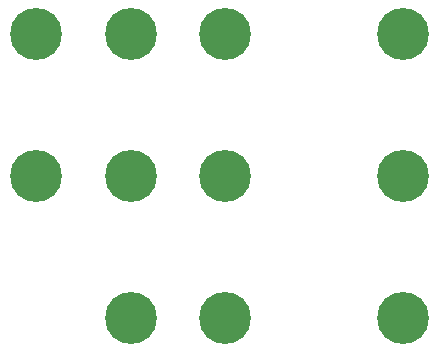
<source format=gbr>
%TF.GenerationSoftware,KiCad,Pcbnew,5.1.6-c6e7f7d~87~ubuntu18.04.1*%
%TF.CreationDate,2021-08-18T14:30:19+12:00*%
%TF.ProjectId,Output and Rail Splitter,4f757470-7574-4206-916e-64205261696c,rev?*%
%TF.SameCoordinates,Original*%
%TF.FileFunction,Copper,L2,Bot*%
%TF.FilePolarity,Positive*%
%FSLAX46Y46*%
G04 Gerber Fmt 4.6, Leading zero omitted, Abs format (unit mm)*
G04 Created by KiCad (PCBNEW 5.1.6-c6e7f7d~87~ubuntu18.04.1) date 2021-08-18 14:30:19*
%MOMM*%
%LPD*%
G01*
G04 APERTURE LIST*
%TA.AperFunction,ComponentPad*%
%ADD10C,4.400000*%
%TD*%
G04 APERTURE END LIST*
D10*
%TO.P,J1,1*%
%TO.N,Net-(J1-Pad1)*%
X97000000Y-105000000D03*
%TD*%
%TO.P,J2,1*%
%TO.N,Net-(J1-Pad1)*%
X120000000Y-105000000D03*
%TD*%
%TO.P,J3,1*%
%TO.N,Net-(J1-Pad1)*%
X105000000Y-105000000D03*
%TD*%
%TO.P,J4,1*%
%TO.N,Net-(J1-Pad1)*%
X89000000Y-105000000D03*
%TD*%
%TO.P,J5,1*%
%TO.N,Net-(J5-Pad1)*%
X97000000Y-117000000D03*
%TD*%
%TO.P,J6,1*%
%TO.N,Net-(J5-Pad1)*%
X120000000Y-117000000D03*
%TD*%
%TO.P,J7,1*%
%TO.N,Net-(J5-Pad1)*%
X105000000Y-117000000D03*
%TD*%
%TO.P,J8,1*%
%TO.N,Net-(J5-Pad1)*%
X89000000Y-117000000D03*
%TD*%
%TO.P,J9,1*%
%TO.N,Net-(J10-Pad1)*%
X97000000Y-129000000D03*
%TD*%
%TO.P,J10,1*%
%TO.N,Net-(J10-Pad1)*%
X120000000Y-129000000D03*
%TD*%
%TO.P,J11,1*%
%TO.N,Net-(J10-Pad1)*%
X105000000Y-129000000D03*
%TD*%
M02*

</source>
